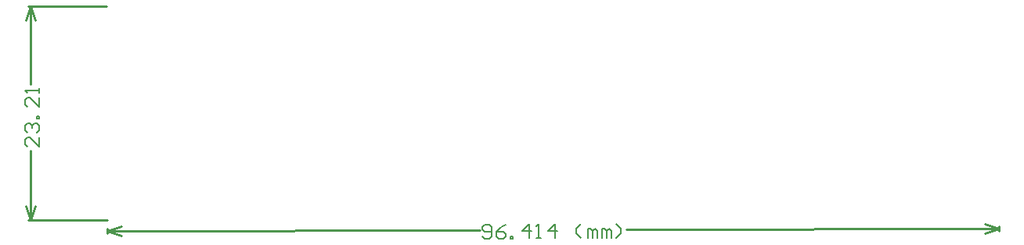
<source format=gm1>
G04 Layer_Color=16711935*
%FSAX25Y25*%
%MOIN*%
G70*
G01*
G75*
%ADD10C,0.00600*%
%ADD36C,0.01000*%
D10*
X0193835Y0406458D02*
Y0402459D01*
X0189837Y0406458D01*
X0188837D01*
X0187837Y0405458D01*
Y0403459D01*
X0188837Y0402459D01*
Y0408457D02*
X0187837Y0409457D01*
Y0411456D01*
X0188837Y0412456D01*
X0189837D01*
X0190836Y0411456D01*
Y0410457D01*
Y0411456D01*
X0191836Y0412456D01*
X0192836D01*
X0193835Y0411456D01*
Y0409457D01*
X0192836Y0408457D01*
X0193835Y0414455D02*
X0192836D01*
Y0415455D01*
X0193835D01*
Y0414455D01*
Y0423452D02*
Y0419454D01*
X0189837Y0423452D01*
X0188837D01*
X0187837Y0422453D01*
Y0420453D01*
X0188837Y0419454D01*
X0193835Y0425452D02*
Y0427451D01*
Y0426451D01*
X0187837D01*
X0188837Y0425452D01*
X0382533Y0364156D02*
X0383535Y0363159D01*
X0385535Y0363164D01*
X0386532Y0364166D01*
X0386522Y0368165D01*
X0385520Y0369162D01*
X0383521Y0369157D01*
X0382523Y0368155D01*
X0382526Y0367155D01*
X0383528Y0366158D01*
X0386527Y0366165D01*
X0392517Y0369179D02*
X0390521Y0368175D01*
X0388526Y0366170D01*
X0388531Y0364171D01*
X0389533Y0363174D01*
X0391533Y0363179D01*
X0392530Y0364181D01*
X0392528Y0365181D01*
X0391525Y0366178D01*
X0388526Y0366170D01*
X0394532Y0363186D02*
X0394529Y0364186D01*
X0395529Y0364189D01*
X0395532Y0363189D01*
X0394532Y0363186D01*
X0402529Y0363206D02*
X0402514Y0369204D01*
X0399523Y0366198D01*
X0403521Y0366208D01*
X0405528Y0363214D02*
X0407528Y0363219D01*
X0406528Y0363216D01*
X0406513Y0369214D01*
X0405516Y0368212D01*
X0413526Y0363234D02*
X0413511Y0369232D01*
X0410519Y0366225D01*
X0414518Y0366235D01*
X0424522Y0363261D02*
X0422518Y0365255D01*
X0422513Y0367255D01*
X0424507Y0369259D01*
X0427521Y0363269D02*
X0427511Y0367267D01*
X0428511Y0367270D01*
X0429513Y0366273D01*
X0429520Y0363274D01*
X0429513Y0366273D01*
X0430510Y0367275D01*
X0431512Y0366278D01*
X0431520Y0363279D01*
X0433519Y0363283D02*
X0433509Y0367282D01*
X0434509Y0367285D01*
X0435511Y0366287D01*
X0435518Y0363288D01*
X0435511Y0366287D01*
X0436508Y0367290D01*
X0437510Y0366293D01*
X0437518Y0363294D01*
X0439517Y0363299D02*
X0441511Y0365303D01*
X0441506Y0367302D01*
X0439502Y0369297D01*
D36*
X0189236Y0370865D02*
X0222819D01*
X0189236Y0462246D02*
X0222465D01*
X0190236Y0370865D02*
Y0400859D01*
Y0429051D02*
Y0462246D01*
Y0370865D02*
X0192236Y0376865D01*
X0188236D02*
X0190236Y0370865D01*
X0188236Y0456246D02*
X0190236Y0462246D01*
X0192236Y0456246D01*
X0222826Y0366357D02*
X0381527Y0366753D01*
X0443708Y0366908D02*
X0602409Y0367304D01*
X0222826Y0366357D02*
X0228821Y0368372D01*
X0222826Y0366357D02*
X0228831Y0364372D01*
X0596404Y0369289D02*
X0602409Y0367304D01*
X0596414Y0365289D02*
X0602409Y0367304D01*
X0222823Y0367357D02*
X0222828Y0365357D01*
X0602406Y0368304D02*
X0602411Y0366304D01*
M02*

</source>
